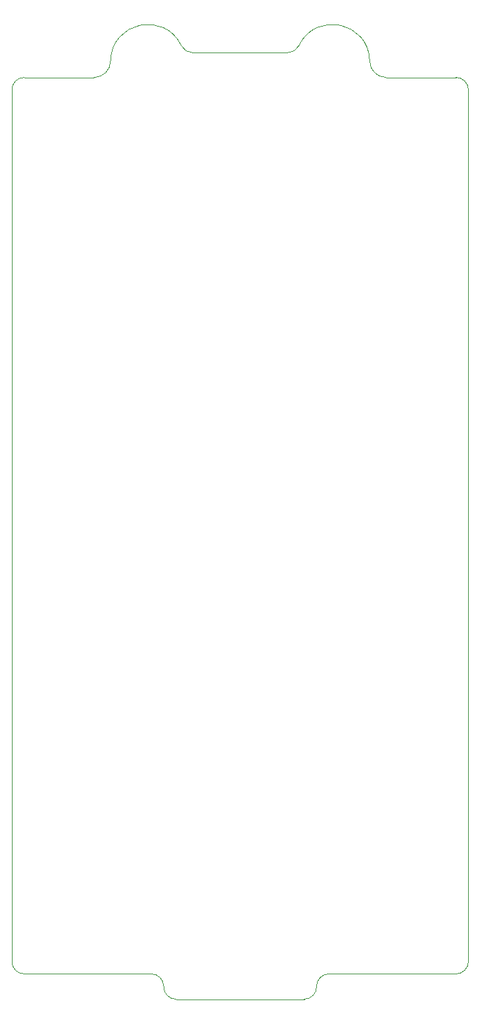
<source format=gbr>
%TF.GenerationSoftware,KiCad,Pcbnew,7.0.6*%
%TF.CreationDate,2024-08-21T19:33:41+02:00*%
%TF.ProjectId,Koracni ksilofon,4b6f7261-636e-4692-906b-73696c6f666f,rev?*%
%TF.SameCoordinates,PXca73a30PY16e2660*%
%TF.FileFunction,Profile,NP*%
%FSLAX46Y46*%
G04 Gerber Fmt 4.6, Leading zero omitted, Abs format (unit mm)*
G04 Created by KiCad (PCBNEW 7.0.6) date 2024-08-21 19:33:41*
%MOMM*%
%LPD*%
G01*
G04 APERTURE LIST*
%TA.AperFunction,Profile*%
%ADD10C,0.100000*%
%TD*%
G04 APERTURE END LIST*
D10*
X18474659Y-116883341D02*
G75*
G03*
X16974660Y-115383341I-1499959J41D01*
G01*
X102660Y-8443340D02*
X102660Y-113883341D01*
X38474660Y-115383341D02*
X53846660Y-115383341D01*
X35474660Y-118443260D02*
G75*
G03*
X36974660Y-116943340I40J1499960D01*
G01*
X1602660Y-115383341D02*
X16974660Y-115383341D01*
X19974660Y-118443340D02*
X35474660Y-118443340D01*
X33483686Y-3949305D02*
G75*
G03*
X34837930Y-3094340I14J1500005D01*
G01*
X53846660Y-6943340D02*
X45399838Y-6943340D01*
X20611389Y-3094340D02*
G75*
G03*
X12049483Y-4943340I-4062729J-1935000D01*
G01*
X10049482Y-6943340D02*
X1602660Y-6943340D01*
X43399760Y-4943340D02*
G75*
G03*
X45399838Y-6943340I2000040J40D01*
G01*
X20611342Y-3094363D02*
G75*
G03*
X21965633Y-3949340I1354258J645063D01*
G01*
X102659Y-113883341D02*
G75*
G03*
X1602660Y-115383341I1500041J41D01*
G01*
X10049482Y-6943282D02*
G75*
G03*
X12049482Y-4943340I18J1999982D01*
G01*
X36974660Y-116943340D02*
X36974660Y-116883341D01*
X18474660Y-116943340D02*
G75*
G03*
X19974660Y-118443340I1500040J40D01*
G01*
X43399897Y-4943339D02*
G75*
G03*
X34837931Y-3094340I-4499197J-85961D01*
G01*
X33483686Y-3949340D02*
X21965633Y-3949340D01*
X18474660Y-116883341D02*
X18474660Y-116943340D01*
X1602660Y-6943260D02*
G75*
G03*
X102660Y-8443340I40J-1500040D01*
G01*
X55346660Y-8443340D02*
G75*
G03*
X53846660Y-6943340I-1499960J40D01*
G01*
X55346660Y-113883341D02*
X55346660Y-8443340D01*
X38474660Y-115383260D02*
G75*
G03*
X36974660Y-116883341I40J-1500040D01*
G01*
X53846660Y-115383260D02*
G75*
G03*
X55346660Y-113883341I40J1499960D01*
G01*
M02*

</source>
